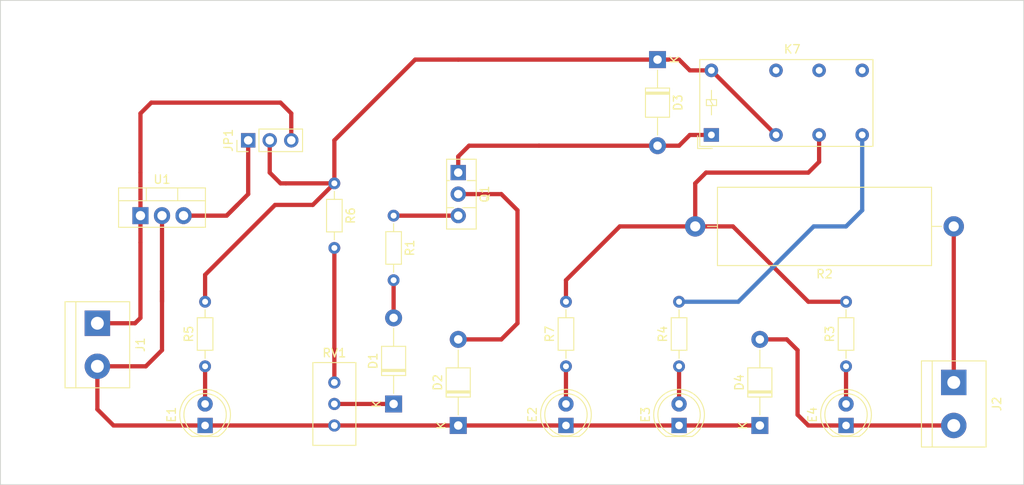
<source format=kicad_pcb>
(kicad_pcb (version 20171130) (host pcbnew "(5.1.9-0-10_14)")

  (general
    (thickness 1.6)
    (drawings 4)
    (tracks 86)
    (zones 0)
    (modules 22)
    (nets 19)
  )

  (page USLetter)
  (title_block
    (date 2023-01-14)
  )

  (layers
    (0 F.Cu signal)
    (31 B.Cu signal)
    (32 B.Adhes user)
    (33 F.Adhes user)
    (34 B.Paste user)
    (35 F.Paste user)
    (36 B.SilkS user)
    (37 F.SilkS user)
    (38 B.Mask user)
    (39 F.Mask user)
    (40 Dwgs.User user)
    (41 Cmts.User user)
    (42 Eco1.User user)
    (43 Eco2.User user)
    (44 Edge.Cuts user)
    (45 Margin user)
    (46 B.CrtYd user)
    (47 F.CrtYd user)
    (48 B.Fab user)
    (49 F.Fab user)
  )

  (setup
    (last_trace_width 0.5)
    (trace_clearance 0.2)
    (zone_clearance 0.508)
    (zone_45_only no)
    (trace_min 0.2)
    (via_size 0.8)
    (via_drill 0.4)
    (via_min_size 0.4)
    (via_min_drill 0.3)
    (uvia_size 0.3)
    (uvia_drill 0.1)
    (uvias_allowed no)
    (uvia_min_size 0.2)
    (uvia_min_drill 0.1)
    (edge_width 0.05)
    (segment_width 0.2)
    (pcb_text_width 0.3)
    (pcb_text_size 1.5 1.5)
    (mod_edge_width 0.12)
    (mod_text_size 1 1)
    (mod_text_width 0.15)
    (pad_size 1.524 1.524)
    (pad_drill 0.762)
    (pad_to_mask_clearance 0)
    (aux_axis_origin 0 0)
    (visible_elements FFFFFF7F)
    (pcbplotparams
      (layerselection 0x010fc_ffffffff)
      (usegerberextensions false)
      (usegerberattributes true)
      (usegerberadvancedattributes true)
      (creategerberjobfile true)
      (excludeedgelayer true)
      (linewidth 0.100000)
      (plotframeref false)
      (viasonmask false)
      (mode 1)
      (useauxorigin false)
      (hpglpennumber 1)
      (hpglpenspeed 20)
      (hpglpendiameter 15.000000)
      (psnegative false)
      (psa4output false)
      (plotreference true)
      (plotvalue true)
      (plotinvisibletext false)
      (padsonsilk false)
      (subtractmaskfromsilk false)
      (outputformat 1)
      (mirror false)
      (drillshape 1)
      (scaleselection 1)
      (outputdirectory ""))
  )

  (net 0 "")
  (net 1 "Net-(D3-Pad1)")
  (net 2 "Net-(D3-Pad2)")
  (net 3 "Net-(JP1-Pad1)")
  (net 4 "Net-(J1-Pad1)")
  (net 5 GND)
  (net 6 "Net-(D1-Pad2)")
  (net 7 "Net-(D1-Pad1)")
  (net 8 "Net-(D2-Pad2)")
  (net 9 "Net-(D4-Pad2)")
  (net 10 "Net-(E1-Pad2)")
  (net 11 "Net-(E2-Pad2)")
  (net 12 "Net-(E3-Pad2)")
  (net 13 "Net-(E4-Pad2)")
  (net 14 "Net-(J2-Pad1)")
  (net 15 "Net-(R6-Pad2)")
  (net 16 "Net-(K7-Pad3)")
  (net 17 "Net-(K7-Pad5)")
  (net 18 "Net-(Q1-Pad3)")

  (net_class Default "This is the default net class."
    (clearance 0.2)
    (trace_width 0.5)
    (via_dia 0.8)
    (via_drill 0.4)
    (uvia_dia 0.3)
    (uvia_drill 0.1)
    (add_net GND)
    (add_net "Net-(D1-Pad1)")
    (add_net "Net-(D1-Pad2)")
    (add_net "Net-(D2-Pad2)")
    (add_net "Net-(D3-Pad1)")
    (add_net "Net-(D3-Pad2)")
    (add_net "Net-(D4-Pad2)")
    (add_net "Net-(E1-Pad2)")
    (add_net "Net-(E2-Pad2)")
    (add_net "Net-(E3-Pad2)")
    (add_net "Net-(E4-Pad2)")
    (add_net "Net-(F1-Pad1)")
    (add_net "Net-(F2-Pad1)")
    (add_net "Net-(F2-Pad2)")
    (add_net "Net-(J1-Pad1)")
    (add_net "Net-(J15-Pad15)")
    (add_net "Net-(J15-Pad16)")
    (add_net "Net-(J15-Pad18)")
    (add_net "Net-(J2-Pad1)")
    (add_net "Net-(JP1-Pad1)")
    (add_net "Net-(K7-Pad10)")
    (add_net "Net-(K7-Pad3)")
    (add_net "Net-(K7-Pad5)")
    (add_net "Net-(K7-Pad8)")
    (add_net "Net-(K7-Pad9)")
    (add_net "Net-(Q1-Pad3)")
    (add_net "Net-(R11-Pad1)")
    (add_net "Net-(R12-Pad1)")
    (add_net "Net-(R13-Pad1)")
    (add_net "Net-(R6-Pad2)")
    (add_net "Net-(U2-Pad3)")
    (add_net "Net-(U2-Pad6)")
    (add_net "Net-(U3-Pad3)")
    (add_net "Net-(U3-Pad6)")
    (add_net "Net-(U4-Pad3)")
    (add_net "Net-(U4-Pad6)")
  )

  (module Package_TO_SOT_THT:TO-126-3_Vertical (layer F.Cu) (tedit 5AC8BA0D) (tstamp 63C46DD9)
    (at 155.575 102.87 270)
    (descr "TO-126-3, Vertical, RM 2.54mm, see https://www.diodes.com/assets/Package-Files/TO126.pdf")
    (tags "TO-126-3 Vertical RM 2.54mm")
    (path /6435D50B/6464360B)
    (fp_text reference Q1 (at 2.54 -3.12 90) (layer F.SilkS)
      (effects (font (size 1 1) (thickness 0.15)))
    )
    (fp_text value D882 (at 2.54 2.5 90) (layer F.Fab)
      (effects (font (size 1 1) (thickness 0.15)))
    )
    (fp_text user %R (at 2.54 -3.12 90) (layer F.Fab)
      (effects (font (size 1 1) (thickness 0.15)))
    )
    (fp_line (start -1.46 -2) (end -1.46 1.25) (layer F.Fab) (width 0.1))
    (fp_line (start -1.46 1.25) (end 6.54 1.25) (layer F.Fab) (width 0.1))
    (fp_line (start 6.54 1.25) (end 6.54 -2) (layer F.Fab) (width 0.1))
    (fp_line (start 6.54 -2) (end -1.46 -2) (layer F.Fab) (width 0.1))
    (fp_line (start 0.94 -2) (end 0.94 1.25) (layer F.Fab) (width 0.1))
    (fp_line (start 4.14 -2) (end 4.14 1.25) (layer F.Fab) (width 0.1))
    (fp_line (start -1.58 -2.12) (end 6.66 -2.12) (layer F.SilkS) (width 0.12))
    (fp_line (start -1.58 1.37) (end 6.66 1.37) (layer F.SilkS) (width 0.12))
    (fp_line (start -1.58 -2.12) (end -1.58 1.37) (layer F.SilkS) (width 0.12))
    (fp_line (start 6.66 -2.12) (end 6.66 1.37) (layer F.SilkS) (width 0.12))
    (fp_line (start 0.94 -2.12) (end 0.94 -1.05) (layer F.SilkS) (width 0.12))
    (fp_line (start 0.94 1.05) (end 0.94 1.37) (layer F.SilkS) (width 0.12))
    (fp_line (start 4.141 -2.12) (end 4.141 -0.54) (layer F.SilkS) (width 0.12))
    (fp_line (start 4.141 0.54) (end 4.141 1.37) (layer F.SilkS) (width 0.12))
    (fp_line (start -1.71 -2.25) (end -1.71 1.5) (layer F.CrtYd) (width 0.05))
    (fp_line (start -1.71 1.5) (end 6.79 1.5) (layer F.CrtYd) (width 0.05))
    (fp_line (start 6.79 1.5) (end 6.79 -2.25) (layer F.CrtYd) (width 0.05))
    (fp_line (start 6.79 -2.25) (end -1.71 -2.25) (layer F.CrtYd) (width 0.05))
    (pad 3 thru_hole oval (at 5.08 0 270) (size 1.8 1.8) (drill 1) (layers *.Cu *.Mask)
      (net 18 "Net-(Q1-Pad3)"))
    (pad 2 thru_hole oval (at 2.54 0 270) (size 1.8 1.8) (drill 1) (layers *.Cu *.Mask)
      (net 8 "Net-(D2-Pad2)"))
    (pad 1 thru_hole rect (at 0 0 270) (size 1.8 1.8) (drill 1) (layers *.Cu *.Mask)
      (net 2 "Net-(D3-Pad2)"))
    (model ${KISYS3DMOD}/Package_TO_SOT_THT.3dshapes/TO-126-3_Vertical.wrl
      (at (xyz 0 0 0))
      (scale (xyz 1 1 1))
      (rotate (xyz 0 0 0))
    )
  )

  (module Resistor_THT:R_Axial_DIN0204_L3.6mm_D1.6mm_P7.62mm_Horizontal (layer F.Cu) (tedit 5AE5139B) (tstamp 63C2F5B5)
    (at 201.295 125.73 90)
    (descr "Resistor, Axial_DIN0204 series, Axial, Horizontal, pin pitch=7.62mm, 0.167W, length*diameter=3.6*1.6mm^2, http://cdn-reichelt.de/documents/datenblatt/B400/1_4W%23YAG.pdf")
    (tags "Resistor Axial_DIN0204 series Axial Horizontal pin pitch 7.62mm 0.167W length 3.6mm diameter 1.6mm")
    (path /6435D50B/64365794)
    (fp_text reference R3 (at 3.81 -1.92 90) (layer F.SilkS)
      (effects (font (size 1 1) (thickness 0.15)))
    )
    (fp_text value 1000 (at 3.81 1.92 90) (layer F.Fab)
      (effects (font (size 1 1) (thickness 0.15)))
    )
    (fp_text user %R (at 3.81 0 90) (layer F.Fab)
      (effects (font (size 0.72 0.72) (thickness 0.108)))
    )
    (fp_line (start 2.01 -0.8) (end 2.01 0.8) (layer F.Fab) (width 0.1))
    (fp_line (start 2.01 0.8) (end 5.61 0.8) (layer F.Fab) (width 0.1))
    (fp_line (start 5.61 0.8) (end 5.61 -0.8) (layer F.Fab) (width 0.1))
    (fp_line (start 5.61 -0.8) (end 2.01 -0.8) (layer F.Fab) (width 0.1))
    (fp_line (start 0 0) (end 2.01 0) (layer F.Fab) (width 0.1))
    (fp_line (start 7.62 0) (end 5.61 0) (layer F.Fab) (width 0.1))
    (fp_line (start 1.89 -0.92) (end 1.89 0.92) (layer F.SilkS) (width 0.12))
    (fp_line (start 1.89 0.92) (end 5.73 0.92) (layer F.SilkS) (width 0.12))
    (fp_line (start 5.73 0.92) (end 5.73 -0.92) (layer F.SilkS) (width 0.12))
    (fp_line (start 5.73 -0.92) (end 1.89 -0.92) (layer F.SilkS) (width 0.12))
    (fp_line (start 0.94 0) (end 1.89 0) (layer F.SilkS) (width 0.12))
    (fp_line (start 6.68 0) (end 5.73 0) (layer F.SilkS) (width 0.12))
    (fp_line (start -0.95 -1.05) (end -0.95 1.05) (layer F.CrtYd) (width 0.05))
    (fp_line (start -0.95 1.05) (end 8.57 1.05) (layer F.CrtYd) (width 0.05))
    (fp_line (start 8.57 1.05) (end 8.57 -1.05) (layer F.CrtYd) (width 0.05))
    (fp_line (start 8.57 -1.05) (end -0.95 -1.05) (layer F.CrtYd) (width 0.05))
    (pad 2 thru_hole oval (at 7.62 0 90) (size 1.4 1.4) (drill 0.7) (layers *.Cu *.Mask)
      (net 16 "Net-(K7-Pad3)"))
    (pad 1 thru_hole circle (at 0 0 90) (size 1.4 1.4) (drill 0.7) (layers *.Cu *.Mask)
      (net 13 "Net-(E4-Pad2)"))
    (model ${KISYS3DMOD}/Resistor_THT.3dshapes/R_Axial_DIN0204_L3.6mm_D1.6mm_P7.62mm_Horizontal.wrl
      (at (xyz 0 0 0))
      (scale (xyz 1 1 1))
      (rotate (xyz 0 0 0))
    )
  )

  (module Resistor_THT:R_Axial_DIN0204_L3.6mm_D1.6mm_P7.62mm_Horizontal (layer F.Cu) (tedit 5AE5139B) (tstamp 63C2FF29)
    (at 147.955 107.95 270)
    (descr "Resistor, Axial_DIN0204 series, Axial, Horizontal, pin pitch=7.62mm, 0.167W, length*diameter=3.6*1.6mm^2, http://cdn-reichelt.de/documents/datenblatt/B400/1_4W%23YAG.pdf")
    (tags "Resistor Axial_DIN0204 series Axial Horizontal pin pitch 7.62mm 0.167W length 3.6mm diameter 1.6mm")
    (path /6435D50B/643619EF)
    (fp_text reference R1 (at 3.81 -1.92 90) (layer F.SilkS)
      (effects (font (size 1 1) (thickness 0.15)))
    )
    (fp_text value 1000 (at 3.81 1.92 90) (layer F.Fab)
      (effects (font (size 1 1) (thickness 0.15)))
    )
    (fp_text user %R (at 3.81 0 90) (layer F.Fab)
      (effects (font (size 0.72 0.72) (thickness 0.108)))
    )
    (fp_line (start 2.01 -0.8) (end 2.01 0.8) (layer F.Fab) (width 0.1))
    (fp_line (start 2.01 0.8) (end 5.61 0.8) (layer F.Fab) (width 0.1))
    (fp_line (start 5.61 0.8) (end 5.61 -0.8) (layer F.Fab) (width 0.1))
    (fp_line (start 5.61 -0.8) (end 2.01 -0.8) (layer F.Fab) (width 0.1))
    (fp_line (start 0 0) (end 2.01 0) (layer F.Fab) (width 0.1))
    (fp_line (start 7.62 0) (end 5.61 0) (layer F.Fab) (width 0.1))
    (fp_line (start 1.89 -0.92) (end 1.89 0.92) (layer F.SilkS) (width 0.12))
    (fp_line (start 1.89 0.92) (end 5.73 0.92) (layer F.SilkS) (width 0.12))
    (fp_line (start 5.73 0.92) (end 5.73 -0.92) (layer F.SilkS) (width 0.12))
    (fp_line (start 5.73 -0.92) (end 1.89 -0.92) (layer F.SilkS) (width 0.12))
    (fp_line (start 0.94 0) (end 1.89 0) (layer F.SilkS) (width 0.12))
    (fp_line (start 6.68 0) (end 5.73 0) (layer F.SilkS) (width 0.12))
    (fp_line (start -0.95 -1.05) (end -0.95 1.05) (layer F.CrtYd) (width 0.05))
    (fp_line (start -0.95 1.05) (end 8.57 1.05) (layer F.CrtYd) (width 0.05))
    (fp_line (start 8.57 1.05) (end 8.57 -1.05) (layer F.CrtYd) (width 0.05))
    (fp_line (start 8.57 -1.05) (end -0.95 -1.05) (layer F.CrtYd) (width 0.05))
    (pad 2 thru_hole oval (at 7.62 0 270) (size 1.4 1.4) (drill 0.7) (layers *.Cu *.Mask)
      (net 6 "Net-(D1-Pad2)"))
    (pad 1 thru_hole circle (at 0 0 270) (size 1.4 1.4) (drill 0.7) (layers *.Cu *.Mask)
      (net 18 "Net-(Q1-Pad3)"))
    (model ${KISYS3DMOD}/Resistor_THT.3dshapes/R_Axial_DIN0204_L3.6mm_D1.6mm_P7.62mm_Horizontal.wrl
      (at (xyz 0 0 0))
      (scale (xyz 1 1 1))
      (rotate (xyz 0 0 0))
    )
  )

  (module Connector_PinHeader_2.54mm:PinHeader_1x03_P2.54mm_Vertical (layer F.Cu) (tedit 59FED5CC) (tstamp 63C2DA2D)
    (at 130.81 99.06 90)
    (descr "Through hole straight pin header, 1x03, 2.54mm pitch, single row")
    (tags "Through hole pin header THT 1x03 2.54mm single row")
    (path /6435D50B/6435F6AA)
    (fp_text reference JP1 (at 0 -2.33 90) (layer F.SilkS)
      (effects (font (size 1 1) (thickness 0.15)))
    )
    (fp_text value Run/Cal (at 0 7.41 90) (layer F.Fab)
      (effects (font (size 1 1) (thickness 0.15)))
    )
    (fp_text user %R (at 0 2.54) (layer F.Fab)
      (effects (font (size 1 1) (thickness 0.15)))
    )
    (fp_line (start -0.635 -1.27) (end 1.27 -1.27) (layer F.Fab) (width 0.1))
    (fp_line (start 1.27 -1.27) (end 1.27 6.35) (layer F.Fab) (width 0.1))
    (fp_line (start 1.27 6.35) (end -1.27 6.35) (layer F.Fab) (width 0.1))
    (fp_line (start -1.27 6.35) (end -1.27 -0.635) (layer F.Fab) (width 0.1))
    (fp_line (start -1.27 -0.635) (end -0.635 -1.27) (layer F.Fab) (width 0.1))
    (fp_line (start -1.33 6.41) (end 1.33 6.41) (layer F.SilkS) (width 0.12))
    (fp_line (start -1.33 1.27) (end -1.33 6.41) (layer F.SilkS) (width 0.12))
    (fp_line (start 1.33 1.27) (end 1.33 6.41) (layer F.SilkS) (width 0.12))
    (fp_line (start -1.33 1.27) (end 1.33 1.27) (layer F.SilkS) (width 0.12))
    (fp_line (start -1.33 0) (end -1.33 -1.33) (layer F.SilkS) (width 0.12))
    (fp_line (start -1.33 -1.33) (end 0 -1.33) (layer F.SilkS) (width 0.12))
    (fp_line (start -1.8 -1.8) (end -1.8 6.85) (layer F.CrtYd) (width 0.05))
    (fp_line (start -1.8 6.85) (end 1.8 6.85) (layer F.CrtYd) (width 0.05))
    (fp_line (start 1.8 6.85) (end 1.8 -1.8) (layer F.CrtYd) (width 0.05))
    (fp_line (start 1.8 -1.8) (end -1.8 -1.8) (layer F.CrtYd) (width 0.05))
    (pad 3 thru_hole oval (at 0 5.08 90) (size 1.7 1.7) (drill 1) (layers *.Cu *.Mask)
      (net 4 "Net-(J1-Pad1)"))
    (pad 2 thru_hole oval (at 0 2.54 90) (size 1.7 1.7) (drill 1) (layers *.Cu *.Mask)
      (net 1 "Net-(D3-Pad1)"))
    (pad 1 thru_hole rect (at 0 0 90) (size 1.7 1.7) (drill 1) (layers *.Cu *.Mask)
      (net 3 "Net-(JP1-Pad1)"))
    (model ${KISYS3DMOD}/Connector_PinHeader_2.54mm.3dshapes/PinHeader_1x03_P2.54mm_Vertical.wrl
      (at (xyz 0 0 0))
      (scale (xyz 1 1 1))
      (rotate (xyz 0 0 0))
    )
  )

  (module Relay_THT:Relay_DPDT_Finder_30.22 (layer F.Cu) (tedit 63C1DEC5) (tstamp 63C2C7C2)
    (at 185.42 98.425)
    (descr "Finder 32.21-x000 Relay, DPDT, https://gfinder.findernet.com/public/attachments/30/EN/S30EN.pdf")
    (tags "AXICOM IM-Series Relay SPDT")
    (path /6435D50B/643672EA)
    (fp_text reference K7 (at 9.53008 -10.11428) (layer F.SilkS)
      (effects (font (size 1 1) (thickness 0.15)))
    )
    (fp_text value "SPDT Relay" (at 8.6106 2.7432) (layer F.Fab)
      (effects (font (size 1 1) (thickness 0.15)))
    )
    (fp_text user %R (at 9.24306 -3.9751 180) (layer F.Fab)
      (effects (font (size 1 1) (thickness 0.15)))
    )
    (fp_line (start 0.26 1.24) (end -1.26 -0.24) (layer F.Fab) (width 0.1))
    (fp_line (start 0.1 1.6) (end -1.62 1.6) (layer F.SilkS) (width 0.12))
    (fp_line (start -1.62 1.6) (end -1.62 0.1) (layer F.SilkS) (width 0.12))
    (fp_line (start 19.05 1.35) (end -1.37 1.35) (layer F.SilkS) (width 0.12))
    (fp_line (start -1.37 1.35) (end -1.37 -8.89) (layer F.SilkS) (width 0.12))
    (fp_line (start -1.37 -8.89) (end 19.05 -8.89) (layer F.SilkS) (width 0.12))
    (fp_line (start 19.05 -8.89) (end 19.05 1.35) (layer F.SilkS) (width 0.12))
    (fp_line (start -1.26 -0.24) (end -1.2573 -8.7757) (layer F.Fab) (width 0.1))
    (fp_line (start -1.2573 -8.7757) (end 18.9357 -8.7757) (layer F.Fab) (width 0.1))
    (fp_line (start 18.9357 -8.7757) (end 18.9357 1.2319) (layer F.Fab) (width 0.1))
    (fp_line (start 18.9357 1.2319) (end 0.26 1.24) (layer F.Fab) (width 0.1))
    (fp_line (start 0.009664 -3.466615) (end 0.009664 -2.366615) (layer F.SilkS) (width 0.12))
    (fp_line (start 0.009664 -4.166615) (end 0.009664 -5.266615) (layer F.SilkS) (width 0.12))
    (fp_line (start 0.209664 -3.466615) (end -0.190336 -4.166615) (layer F.SilkS) (width 0.12))
    (fp_line (start -0.590336 -3.466615) (end 0.609664 -3.466615) (layer F.SilkS) (width 0.12))
    (fp_line (start 0.609664 -3.466615) (end 0.609664 -4.166615) (layer F.SilkS) (width 0.12))
    (fp_line (start 0.609664 -4.166615) (end -0.590336 -4.166615) (layer F.SilkS) (width 0.12))
    (fp_line (start -0.590336 -4.166615) (end -0.590336 -3.466615) (layer F.SilkS) (width 0.12))
    (fp_line (start 0.009664 -2.366615) (end 0.009664 -5.266615) (layer F.Fab) (width 0.1))
    (fp_line (start -1.5113 -9.017) (end 19.177 -9.017) (layer F.CrtYd) (width 0.05))
    (fp_line (start -1.5113 -9.017) (end -1.51 1.49) (layer F.CrtYd) (width 0.05))
    (fp_line (start 19.177 1.4732) (end 19.177 -9.017) (layer F.CrtYd) (width 0.05))
    (fp_line (start 19.177 1.4732) (end -1.51 1.49) (layer F.CrtYd) (width 0.05))
    (pad 3 thru_hole circle (at 12.7 0 90) (size 1.6 1.6) (drill 0.8) (layers *.Cu *.Mask)
      (net 16 "Net-(K7-Pad3)"))
    (pad 5 thru_hole circle (at 17.78 0 90) (size 1.6 1.6) (drill 0.8) (layers *.Cu *.Mask)
      (net 17 "Net-(K7-Pad5)"))
    (pad 4 thru_hole circle (at 7.62 0 90) (size 1.6 1.6) (drill 0.8) (layers *.Cu *.Mask)
      (net 1 "Net-(D3-Pad1)"))
    (pad 12 thru_hole circle (at 0 -7.62 90) (size 1.6 1.6) (drill 0.8) (layers *.Cu *.Mask)
      (net 1 "Net-(D3-Pad1)"))
    (pad 1 thru_hole rect (at 0 0 90) (size 1.6 1.8) (drill 0.8) (layers *.Cu *.Mask)
      (net 2 "Net-(D3-Pad2)"))
    (pad 8 thru_hole circle (at 17.78 -7.62 180) (size 1.6 1.6) (drill 0.8) (layers *.Cu *.Mask))
    (pad 10 thru_hole circle (at 12.7 -7.62 90) (size 1.6 1.6) (drill 0.8) (layers *.Cu *.Mask))
    (pad 9 thru_hole circle (at 7.62 -7.62 90) (size 1.6 1.6) (drill 0.8) (layers *.Cu *.Mask))
    (model ${KISYS3DMOD}/Relay_THT.3dshapes/Relay_DPDT_Finder_30.22.wrl
      (at (xyz 0 0 0))
      (scale (xyz 1 1 1))
      (rotate (xyz 0 0 0))
    )
  )

  (module Potentiometer_THT:Potentiometer_Bourns_3386C_Horizontal (layer F.Cu) (tedit 5AA07388) (tstamp 63C20638)
    (at 140.97 127.635)
    (descr "Potentiometer, horizontal, Bourns 3386C, https://www.bourns.com/pdfs/3386.pdf")
    (tags "Potentiometer horizontal Bourns 3386C")
    (path /6435D50B/64360B8E)
    (fp_text reference RV1 (at 0 -3.475) (layer F.SilkS)
      (effects (font (size 1 1) (thickness 0.15)))
    )
    (fp_text value 50K (at 0 8.555) (layer F.Fab)
      (effects (font (size 1 1) (thickness 0.15)))
    )
    (fp_text user %R (at 0 2.54) (layer F.Fab)
      (effects (font (size 1 1) (thickness 0.15)))
    )
    (fp_line (start 2.415 -2.225) (end 2.415 7.305) (layer F.Fab) (width 0.1))
    (fp_line (start 2.415 7.305) (end -2.415 7.305) (layer F.Fab) (width 0.1))
    (fp_line (start -2.415 7.305) (end -2.415 -2.225) (layer F.Fab) (width 0.1))
    (fp_line (start -2.415 -2.225) (end 2.415 -2.225) (layer F.Fab) (width 0.1))
    (fp_line (start -2.535 -2.345) (end 2.535 -2.345) (layer F.SilkS) (width 0.12))
    (fp_line (start -2.535 7.425) (end 2.535 7.425) (layer F.SilkS) (width 0.12))
    (fp_line (start 2.535 -2.345) (end 2.535 7.425) (layer F.SilkS) (width 0.12))
    (fp_line (start -2.535 -2.345) (end -2.535 7.425) (layer F.SilkS) (width 0.12))
    (fp_line (start -2.67 -2.48) (end -2.67 7.56) (layer F.CrtYd) (width 0.05))
    (fp_line (start -2.67 7.56) (end 2.67 7.56) (layer F.CrtYd) (width 0.05))
    (fp_line (start 2.67 7.56) (end 2.67 -2.48) (layer F.CrtYd) (width 0.05))
    (fp_line (start 2.67 -2.48) (end -2.67 -2.48) (layer F.CrtYd) (width 0.05))
    (pad 1 thru_hole circle (at 0 0) (size 1.44 1.44) (drill 0.8) (layers *.Cu *.Mask)
      (net 15 "Net-(R6-Pad2)"))
    (pad 2 thru_hole circle (at 0 2.54) (size 1.44 1.44) (drill 0.8) (layers *.Cu *.Mask)
      (net 7 "Net-(D1-Pad1)"))
    (pad 3 thru_hole circle (at 0 5.08) (size 1.44 1.44) (drill 0.8) (layers *.Cu *.Mask)
      (net 5 GND))
    (model ${KISYS3DMOD}/Potentiometer_THT.3dshapes/Potentiometer_Bourns_3386C_Horizontal.wrl
      (at (xyz 0 0 0))
      (scale (xyz 1 1 1))
      (rotate (xyz 0 0 0))
    )
  )

  (module Resistor_THT:R_Axial_DIN0204_L3.6mm_D1.6mm_P7.62mm_Horizontal (layer F.Cu) (tedit 5AE5139B) (tstamp 63C31A7D)
    (at 168.275 125.73 90)
    (descr "Resistor, Axial_DIN0204 series, Axial, Horizontal, pin pitch=7.62mm, 0.167W, length*diameter=3.6*1.6mm^2, http://cdn-reichelt.de/documents/datenblatt/B400/1_4W%23YAG.pdf")
    (tags "Resistor Axial_DIN0204 series Axial Horizontal pin pitch 7.62mm 0.167W length 3.6mm diameter 1.6mm")
    (path /6435D50B/6436481D)
    (fp_text reference R7 (at 3.81 -1.92 90) (layer F.SilkS)
      (effects (font (size 1 1) (thickness 0.15)))
    )
    (fp_text value 1200 (at 3.81 1.92 90) (layer F.Fab)
      (effects (font (size 1 1) (thickness 0.15)))
    )
    (fp_text user %R (at 3.81 0 90) (layer F.Fab)
      (effects (font (size 0.72 0.72) (thickness 0.108)))
    )
    (fp_line (start 2.01 -0.8) (end 2.01 0.8) (layer F.Fab) (width 0.1))
    (fp_line (start 2.01 0.8) (end 5.61 0.8) (layer F.Fab) (width 0.1))
    (fp_line (start 5.61 0.8) (end 5.61 -0.8) (layer F.Fab) (width 0.1))
    (fp_line (start 5.61 -0.8) (end 2.01 -0.8) (layer F.Fab) (width 0.1))
    (fp_line (start 0 0) (end 2.01 0) (layer F.Fab) (width 0.1))
    (fp_line (start 7.62 0) (end 5.61 0) (layer F.Fab) (width 0.1))
    (fp_line (start 1.89 -0.92) (end 1.89 0.92) (layer F.SilkS) (width 0.12))
    (fp_line (start 1.89 0.92) (end 5.73 0.92) (layer F.SilkS) (width 0.12))
    (fp_line (start 5.73 0.92) (end 5.73 -0.92) (layer F.SilkS) (width 0.12))
    (fp_line (start 5.73 -0.92) (end 1.89 -0.92) (layer F.SilkS) (width 0.12))
    (fp_line (start 0.94 0) (end 1.89 0) (layer F.SilkS) (width 0.12))
    (fp_line (start 6.68 0) (end 5.73 0) (layer F.SilkS) (width 0.12))
    (fp_line (start -0.95 -1.05) (end -0.95 1.05) (layer F.CrtYd) (width 0.05))
    (fp_line (start -0.95 1.05) (end 8.57 1.05) (layer F.CrtYd) (width 0.05))
    (fp_line (start 8.57 1.05) (end 8.57 -1.05) (layer F.CrtYd) (width 0.05))
    (fp_line (start 8.57 -1.05) (end -0.95 -1.05) (layer F.CrtYd) (width 0.05))
    (pad 2 thru_hole oval (at 7.62 0 90) (size 1.4 1.4) (drill 0.7) (layers *.Cu *.Mask)
      (net 16 "Net-(K7-Pad3)"))
    (pad 1 thru_hole circle (at 0 0 90) (size 1.4 1.4) (drill 0.7) (layers *.Cu *.Mask)
      (net 11 "Net-(E2-Pad2)"))
    (model ${KISYS3DMOD}/Resistor_THT.3dshapes/R_Axial_DIN0204_L3.6mm_D1.6mm_P7.62mm_Horizontal.wrl
      (at (xyz 0 0 0))
      (scale (xyz 1 1 1))
      (rotate (xyz 0 0 0))
    )
  )

  (module Resistor_THT:R_Axial_DIN0204_L3.6mm_D1.6mm_P7.62mm_Horizontal (layer F.Cu) (tedit 5AE5139B) (tstamp 63C200B7)
    (at 140.97 104.14 270)
    (descr "Resistor, Axial_DIN0204 series, Axial, Horizontal, pin pitch=7.62mm, 0.167W, length*diameter=3.6*1.6mm^2, http://cdn-reichelt.de/documents/datenblatt/B400/1_4W%23YAG.pdf")
    (tags "Resistor Axial_DIN0204 series Axial Horizontal pin pitch 7.62mm 0.167W length 3.6mm diameter 1.6mm")
    (path /6435D50B/6435F911)
    (fp_text reference R6 (at 3.81 -1.92 90) (layer F.SilkS)
      (effects (font (size 1 1) (thickness 0.15)))
    )
    (fp_text value 10K (at 3.81 1.92 90) (layer F.Fab)
      (effects (font (size 1 1) (thickness 0.15)))
    )
    (fp_text user %R (at 3.81 0 90) (layer F.Fab)
      (effects (font (size 0.72 0.72) (thickness 0.108)))
    )
    (fp_line (start 2.01 -0.8) (end 2.01 0.8) (layer F.Fab) (width 0.1))
    (fp_line (start 2.01 0.8) (end 5.61 0.8) (layer F.Fab) (width 0.1))
    (fp_line (start 5.61 0.8) (end 5.61 -0.8) (layer F.Fab) (width 0.1))
    (fp_line (start 5.61 -0.8) (end 2.01 -0.8) (layer F.Fab) (width 0.1))
    (fp_line (start 0 0) (end 2.01 0) (layer F.Fab) (width 0.1))
    (fp_line (start 7.62 0) (end 5.61 0) (layer F.Fab) (width 0.1))
    (fp_line (start 1.89 -0.92) (end 1.89 0.92) (layer F.SilkS) (width 0.12))
    (fp_line (start 1.89 0.92) (end 5.73 0.92) (layer F.SilkS) (width 0.12))
    (fp_line (start 5.73 0.92) (end 5.73 -0.92) (layer F.SilkS) (width 0.12))
    (fp_line (start 5.73 -0.92) (end 1.89 -0.92) (layer F.SilkS) (width 0.12))
    (fp_line (start 0.94 0) (end 1.89 0) (layer F.SilkS) (width 0.12))
    (fp_line (start 6.68 0) (end 5.73 0) (layer F.SilkS) (width 0.12))
    (fp_line (start -0.95 -1.05) (end -0.95 1.05) (layer F.CrtYd) (width 0.05))
    (fp_line (start -0.95 1.05) (end 8.57 1.05) (layer F.CrtYd) (width 0.05))
    (fp_line (start 8.57 1.05) (end 8.57 -1.05) (layer F.CrtYd) (width 0.05))
    (fp_line (start 8.57 -1.05) (end -0.95 -1.05) (layer F.CrtYd) (width 0.05))
    (pad 2 thru_hole oval (at 7.62 0 270) (size 1.4 1.4) (drill 0.7) (layers *.Cu *.Mask)
      (net 15 "Net-(R6-Pad2)"))
    (pad 1 thru_hole circle (at 0 0 270) (size 1.4 1.4) (drill 0.7) (layers *.Cu *.Mask)
      (net 1 "Net-(D3-Pad1)"))
    (model ${KISYS3DMOD}/Resistor_THT.3dshapes/R_Axial_DIN0204_L3.6mm_D1.6mm_P7.62mm_Horizontal.wrl
      (at (xyz 0 0 0))
      (scale (xyz 1 1 1))
      (rotate (xyz 0 0 0))
    )
  )

  (module Resistor_THT:R_Axial_DIN0204_L3.6mm_D1.6mm_P7.62mm_Horizontal (layer F.Cu) (tedit 5AE5139B) (tstamp 63C2FAF5)
    (at 125.73 125.73 90)
    (descr "Resistor, Axial_DIN0204 series, Axial, Horizontal, pin pitch=7.62mm, 0.167W, length*diameter=3.6*1.6mm^2, http://cdn-reichelt.de/documents/datenblatt/B400/1_4W%23YAG.pdf")
    (tags "Resistor Axial_DIN0204 series Axial Horizontal pin pitch 7.62mm 0.167W length 3.6mm diameter 1.6mm")
    (path /6435D50B/6435FAFD)
    (fp_text reference R5 (at 3.81 -1.92 90) (layer F.SilkS)
      (effects (font (size 1 1) (thickness 0.15)))
    )
    (fp_text value 1500 (at 3.81 1.92 90) (layer F.Fab)
      (effects (font (size 1 1) (thickness 0.15)))
    )
    (fp_text user %R (at 3.81 0 270) (layer F.Fab)
      (effects (font (size 0.72 0.72) (thickness 0.108)))
    )
    (fp_line (start 2.01 -0.8) (end 2.01 0.8) (layer F.Fab) (width 0.1))
    (fp_line (start 2.01 0.8) (end 5.61 0.8) (layer F.Fab) (width 0.1))
    (fp_line (start 5.61 0.8) (end 5.61 -0.8) (layer F.Fab) (width 0.1))
    (fp_line (start 5.61 -0.8) (end 2.01 -0.8) (layer F.Fab) (width 0.1))
    (fp_line (start 0 0) (end 2.01 0) (layer F.Fab) (width 0.1))
    (fp_line (start 7.62 0) (end 5.61 0) (layer F.Fab) (width 0.1))
    (fp_line (start 1.89 -0.92) (end 1.89 0.92) (layer F.SilkS) (width 0.12))
    (fp_line (start 1.89 0.92) (end 5.73 0.92) (layer F.SilkS) (width 0.12))
    (fp_line (start 5.73 0.92) (end 5.73 -0.92) (layer F.SilkS) (width 0.12))
    (fp_line (start 5.73 -0.92) (end 1.89 -0.92) (layer F.SilkS) (width 0.12))
    (fp_line (start 0.94 0) (end 1.89 0) (layer F.SilkS) (width 0.12))
    (fp_line (start 6.68 0) (end 5.73 0) (layer F.SilkS) (width 0.12))
    (fp_line (start -0.95 -1.05) (end -0.95 1.05) (layer F.CrtYd) (width 0.05))
    (fp_line (start -0.95 1.05) (end 8.57 1.05) (layer F.CrtYd) (width 0.05))
    (fp_line (start 8.57 1.05) (end 8.57 -1.05) (layer F.CrtYd) (width 0.05))
    (fp_line (start 8.57 -1.05) (end -0.95 -1.05) (layer F.CrtYd) (width 0.05))
    (pad 2 thru_hole oval (at 7.62 0 90) (size 1.4 1.4) (drill 0.7) (layers *.Cu *.Mask)
      (net 1 "Net-(D3-Pad1)"))
    (pad 1 thru_hole circle (at 0 0 90) (size 1.4 1.4) (drill 0.7) (layers *.Cu *.Mask)
      (net 10 "Net-(E1-Pad2)"))
    (model ${KISYS3DMOD}/Resistor_THT.3dshapes/R_Axial_DIN0204_L3.6mm_D1.6mm_P7.62mm_Horizontal.wrl
      (at (xyz 0 0 0))
      (scale (xyz 1 1 1))
      (rotate (xyz 0 0 0))
    )
  )

  (module Resistor_THT:R_Axial_DIN0204_L3.6mm_D1.6mm_P7.62mm_Horizontal (layer F.Cu) (tedit 5AE5139B) (tstamp 63C20089)
    (at 181.61 125.73 90)
    (descr "Resistor, Axial_DIN0204 series, Axial, Horizontal, pin pitch=7.62mm, 0.167W, length*diameter=3.6*1.6mm^2, http://cdn-reichelt.de/documents/datenblatt/B400/1_4W%23YAG.pdf")
    (tags "Resistor Axial_DIN0204 series Axial Horizontal pin pitch 7.62mm 0.167W length 3.6mm diameter 1.6mm")
    (path /6435D50B/64369F49)
    (fp_text reference R4 (at 3.81 -1.92 90) (layer F.SilkS)
      (effects (font (size 1 1) (thickness 0.15)))
    )
    (fp_text value 1500 (at 3.81 1.92 90) (layer F.Fab)
      (effects (font (size 1 1) (thickness 0.15)))
    )
    (fp_text user %R (at 3.81 0 90) (layer F.Fab)
      (effects (font (size 0.72 0.72) (thickness 0.108)))
    )
    (fp_line (start 2.01 -0.8) (end 2.01 0.8) (layer F.Fab) (width 0.1))
    (fp_line (start 2.01 0.8) (end 5.61 0.8) (layer F.Fab) (width 0.1))
    (fp_line (start 5.61 0.8) (end 5.61 -0.8) (layer F.Fab) (width 0.1))
    (fp_line (start 5.61 -0.8) (end 2.01 -0.8) (layer F.Fab) (width 0.1))
    (fp_line (start 0 0) (end 2.01 0) (layer F.Fab) (width 0.1))
    (fp_line (start 7.62 0) (end 5.61 0) (layer F.Fab) (width 0.1))
    (fp_line (start 1.89 -0.92) (end 1.89 0.92) (layer F.SilkS) (width 0.12))
    (fp_line (start 1.89 0.92) (end 5.73 0.92) (layer F.SilkS) (width 0.12))
    (fp_line (start 5.73 0.92) (end 5.73 -0.92) (layer F.SilkS) (width 0.12))
    (fp_line (start 5.73 -0.92) (end 1.89 -0.92) (layer F.SilkS) (width 0.12))
    (fp_line (start 0.94 0) (end 1.89 0) (layer F.SilkS) (width 0.12))
    (fp_line (start 6.68 0) (end 5.73 0) (layer F.SilkS) (width 0.12))
    (fp_line (start -0.95 -1.05) (end -0.95 1.05) (layer F.CrtYd) (width 0.05))
    (fp_line (start -0.95 1.05) (end 8.57 1.05) (layer F.CrtYd) (width 0.05))
    (fp_line (start 8.57 1.05) (end 8.57 -1.05) (layer F.CrtYd) (width 0.05))
    (fp_line (start 8.57 -1.05) (end -0.95 -1.05) (layer F.CrtYd) (width 0.05))
    (pad 2 thru_hole oval (at 7.62 0 90) (size 1.4 1.4) (drill 0.7) (layers *.Cu *.Mask)
      (net 17 "Net-(K7-Pad5)"))
    (pad 1 thru_hole circle (at 0 0 90) (size 1.4 1.4) (drill 0.7) (layers *.Cu *.Mask)
      (net 12 "Net-(E3-Pad2)"))
    (model ${KISYS3DMOD}/Resistor_THT.3dshapes/R_Axial_DIN0204_L3.6mm_D1.6mm_P7.62mm_Horizontal.wrl
      (at (xyz 0 0 0))
      (scale (xyz 1 1 1))
      (rotate (xyz 0 0 0))
    )
  )

  (module Resistor_THT:R_Axial_Power_L25.0mm_W9.0mm_P30.48mm (layer F.Cu) (tedit 5AE5139B) (tstamp 63C20072)
    (at 213.995 109.22 180)
    (descr "Resistor, Axial_Power series, Box, pin pitch=30.48mm, 7W, length*width*height=25*9*9mm^3, http://cdn-reichelt.de/documents/datenblatt/B400/5WAXIAL_9WAXIAL_11WAXIAL_17WAXIAL%23YAG.pdf")
    (tags "Resistor Axial_Power series Box pin pitch 30.48mm 7W length 25mm width 9mm height 9mm")
    (path /6435D50B/64365ABC)
    (fp_text reference R2 (at 15.24 -5.62) (layer F.SilkS)
      (effects (font (size 1 1) (thickness 0.15)))
    )
    (fp_text value 1Ω/5W (at 15.24 5.62) (layer F.Fab)
      (effects (font (size 1 1) (thickness 0.15)))
    )
    (fp_text user %R (at 15.24 0) (layer F.Fab)
      (effects (font (size 1 1) (thickness 0.15)))
    )
    (fp_line (start 2.74 -4.5) (end 2.74 4.5) (layer F.Fab) (width 0.1))
    (fp_line (start 2.74 4.5) (end 27.74 4.5) (layer F.Fab) (width 0.1))
    (fp_line (start 27.74 4.5) (end 27.74 -4.5) (layer F.Fab) (width 0.1))
    (fp_line (start 27.74 -4.5) (end 2.74 -4.5) (layer F.Fab) (width 0.1))
    (fp_line (start 0 0) (end 2.74 0) (layer F.Fab) (width 0.1))
    (fp_line (start 30.48 0) (end 27.74 0) (layer F.Fab) (width 0.1))
    (fp_line (start 2.62 -4.62) (end 2.62 4.62) (layer F.SilkS) (width 0.12))
    (fp_line (start 2.62 4.62) (end 27.86 4.62) (layer F.SilkS) (width 0.12))
    (fp_line (start 27.86 4.62) (end 27.86 -4.62) (layer F.SilkS) (width 0.12))
    (fp_line (start 27.86 -4.62) (end 2.62 -4.62) (layer F.SilkS) (width 0.12))
    (fp_line (start 1.44 0) (end 2.62 0) (layer F.SilkS) (width 0.12))
    (fp_line (start 29.04 0) (end 27.86 0) (layer F.SilkS) (width 0.12))
    (fp_line (start -1.45 -4.75) (end -1.45 4.75) (layer F.CrtYd) (width 0.05))
    (fp_line (start -1.45 4.75) (end 31.94 4.75) (layer F.CrtYd) (width 0.05))
    (fp_line (start 31.94 4.75) (end 31.94 -4.75) (layer F.CrtYd) (width 0.05))
    (fp_line (start 31.94 -4.75) (end -1.45 -4.75) (layer F.CrtYd) (width 0.05))
    (pad 2 thru_hole oval (at 30.48 0 180) (size 2.4 2.4) (drill 1.2) (layers *.Cu *.Mask)
      (net 16 "Net-(K7-Pad3)"))
    (pad 1 thru_hole circle (at 0 0 180) (size 2.4 2.4) (drill 1.2) (layers *.Cu *.Mask)
      (net 14 "Net-(J2-Pad1)"))
    (model ${KISYS3DMOD}/Resistor_THT.3dshapes/R_Axial_Power_L25.0mm_W9.0mm_P30.48mm.wrl
      (at (xyz 0 0 0))
      (scale (xyz 1 1 1))
      (rotate (xyz 0 0 0))
    )
  )

  (module TerminalBlock:TerminalBlock_bornier-2_P5.08mm (layer F.Cu) (tedit 59FF03AB) (tstamp 63C2000B)
    (at 213.995 127.635 270)
    (descr "simple 2-pin terminal block, pitch 5.08mm, revamped version of bornier2")
    (tags "terminal block bornier2")
    (path /6435D50B/6436A7A9)
    (fp_text reference J2 (at 2.54 -5.08 90) (layer F.SilkS)
      (effects (font (size 1 1) (thickness 0.15)))
    )
    (fp_text value Battery (at 2.54 5.08 90) (layer F.Fab)
      (effects (font (size 1 1) (thickness 0.15)))
    )
    (fp_text user %R (at 2.54 0 90) (layer F.Fab)
      (effects (font (size 1 1) (thickness 0.15)))
    )
    (fp_line (start -2.41 2.55) (end 7.49 2.55) (layer F.Fab) (width 0.1))
    (fp_line (start -2.46 -3.75) (end -2.46 3.75) (layer F.Fab) (width 0.1))
    (fp_line (start -2.46 3.75) (end 7.54 3.75) (layer F.Fab) (width 0.1))
    (fp_line (start 7.54 3.75) (end 7.54 -3.75) (layer F.Fab) (width 0.1))
    (fp_line (start 7.54 -3.75) (end -2.46 -3.75) (layer F.Fab) (width 0.1))
    (fp_line (start 7.62 2.54) (end -2.54 2.54) (layer F.SilkS) (width 0.12))
    (fp_line (start 7.62 3.81) (end 7.62 -3.81) (layer F.SilkS) (width 0.12))
    (fp_line (start 7.62 -3.81) (end -2.54 -3.81) (layer F.SilkS) (width 0.12))
    (fp_line (start -2.54 -3.81) (end -2.54 3.81) (layer F.SilkS) (width 0.12))
    (fp_line (start -2.54 3.81) (end 7.62 3.81) (layer F.SilkS) (width 0.12))
    (fp_line (start -2.71 -4) (end 7.79 -4) (layer F.CrtYd) (width 0.05))
    (fp_line (start -2.71 -4) (end -2.71 4) (layer F.CrtYd) (width 0.05))
    (fp_line (start 7.79 4) (end 7.79 -4) (layer F.CrtYd) (width 0.05))
    (fp_line (start 7.79 4) (end -2.71 4) (layer F.CrtYd) (width 0.05))
    (pad 2 thru_hole circle (at 5.08 0 270) (size 3 3) (drill 1.52) (layers *.Cu *.Mask)
      (net 9 "Net-(D4-Pad2)"))
    (pad 1 thru_hole rect (at 0 0 270) (size 3 3) (drill 1.52) (layers *.Cu *.Mask)
      (net 14 "Net-(J2-Pad1)"))
    (model ${KISYS3DMOD}/TerminalBlock.3dshapes/TerminalBlock_bornier-2_P5.08mm.wrl
      (offset (xyz 2.539999961853027 0 0))
      (scale (xyz 1 1 1))
      (rotate (xyz 0 0 0))
    )
  )

  (module TerminalBlock:TerminalBlock_bornier-2_P5.08mm (layer F.Cu) (tedit 59FF03AB) (tstamp 63C1FFF6)
    (at 113.03 120.65 270)
    (descr "simple 2-pin terminal block, pitch 5.08mm, revamped version of bornier2")
    (tags "terminal block bornier2")
    (path /6435D50B/6436B099)
    (fp_text reference J1 (at 2.54 -5.08 90) (layer F.SilkS)
      (effects (font (size 1 1) (thickness 0.15)))
    )
    (fp_text value 18VDC (at 2.54 5.08 90) (layer F.Fab)
      (effects (font (size 1 1) (thickness 0.15)))
    )
    (fp_text user %R (at 2.54 0 90) (layer F.Fab)
      (effects (font (size 1 1) (thickness 0.15)))
    )
    (fp_line (start -2.41 2.55) (end 7.49 2.55) (layer F.Fab) (width 0.1))
    (fp_line (start -2.46 -3.75) (end -2.46 3.75) (layer F.Fab) (width 0.1))
    (fp_line (start -2.46 3.75) (end 7.54 3.75) (layer F.Fab) (width 0.1))
    (fp_line (start 7.54 3.75) (end 7.54 -3.75) (layer F.Fab) (width 0.1))
    (fp_line (start 7.54 -3.75) (end -2.46 -3.75) (layer F.Fab) (width 0.1))
    (fp_line (start 7.62 2.54) (end -2.54 2.54) (layer F.SilkS) (width 0.12))
    (fp_line (start 7.62 3.81) (end 7.62 -3.81) (layer F.SilkS) (width 0.12))
    (fp_line (start 7.62 -3.81) (end -2.54 -3.81) (layer F.SilkS) (width 0.12))
    (fp_line (start -2.54 -3.81) (end -2.54 3.81) (layer F.SilkS) (width 0.12))
    (fp_line (start -2.54 3.81) (end 7.62 3.81) (layer F.SilkS) (width 0.12))
    (fp_line (start -2.71 -4) (end 7.79 -4) (layer F.CrtYd) (width 0.05))
    (fp_line (start -2.71 -4) (end -2.71 4) (layer F.CrtYd) (width 0.05))
    (fp_line (start 7.79 4) (end 7.79 -4) (layer F.CrtYd) (width 0.05))
    (fp_line (start 7.79 4) (end -2.71 4) (layer F.CrtYd) (width 0.05))
    (pad 2 thru_hole circle (at 5.08 0 270) (size 3 3) (drill 1.52) (layers *.Cu *.Mask)
      (net 5 GND))
    (pad 1 thru_hole rect (at 0 0 270) (size 3 3) (drill 1.52) (layers *.Cu *.Mask)
      (net 4 "Net-(J1-Pad1)"))
    (model ${KISYS3DMOD}/TerminalBlock.3dshapes/TerminalBlock_bornier-2_P5.08mm.wrl
      (offset (xyz 2.539999961853027 0 0))
      (scale (xyz 1 1 1))
      (rotate (xyz 0 0 0))
    )
  )

  (module LED_THT:LED_D5.0mm (layer F.Cu) (tedit 5995936A) (tstamp 63C1FF9B)
    (at 201.295 132.715 90)
    (descr "LED, diameter 5.0mm, 2 pins, http://cdn-reichelt.de/documents/datenblatt/A500/LL-504BC2E-009.pdf")
    (tags "LED diameter 5.0mm 2 pins")
    (path /6435D50B/64364FE5)
    (fp_text reference E4 (at 1.27 -3.96 90) (layer F.SilkS)
      (effects (font (size 1 1) (thickness 0.15)))
    )
    (fp_text value B.Conn (at 1.27 3.96 90) (layer F.Fab)
      (effects (font (size 1 1) (thickness 0.15)))
    )
    (fp_text user %R (at 1.25 0 90) (layer F.Fab)
      (effects (font (size 0.8 0.8) (thickness 0.2)))
    )
    (fp_arc (start 1.27 0) (end -1.29 1.54483) (angle -148.9) (layer F.SilkS) (width 0.12))
    (fp_arc (start 1.27 0) (end -1.29 -1.54483) (angle 148.9) (layer F.SilkS) (width 0.12))
    (fp_arc (start 1.27 0) (end -1.23 -1.469694) (angle 299.1) (layer F.Fab) (width 0.1))
    (fp_circle (center 1.27 0) (end 3.77 0) (layer F.Fab) (width 0.1))
    (fp_circle (center 1.27 0) (end 3.77 0) (layer F.SilkS) (width 0.12))
    (fp_line (start -1.23 -1.469694) (end -1.23 1.469694) (layer F.Fab) (width 0.1))
    (fp_line (start -1.29 -1.545) (end -1.29 1.545) (layer F.SilkS) (width 0.12))
    (fp_line (start -1.95 -3.25) (end -1.95 3.25) (layer F.CrtYd) (width 0.05))
    (fp_line (start -1.95 3.25) (end 4.5 3.25) (layer F.CrtYd) (width 0.05))
    (fp_line (start 4.5 3.25) (end 4.5 -3.25) (layer F.CrtYd) (width 0.05))
    (fp_line (start 4.5 -3.25) (end -1.95 -3.25) (layer F.CrtYd) (width 0.05))
    (pad 2 thru_hole circle (at 2.54 0 90) (size 1.8 1.8) (drill 0.9) (layers *.Cu *.Mask)
      (net 13 "Net-(E4-Pad2)"))
    (pad 1 thru_hole rect (at 0 0 90) (size 1.8 1.8) (drill 0.9) (layers *.Cu *.Mask)
      (net 9 "Net-(D4-Pad2)"))
    (model ${KISYS3DMOD}/LED_THT.3dshapes/LED_D5.0mm.wrl
      (at (xyz 0 0 0))
      (scale (xyz 1 1 1))
      (rotate (xyz 0 0 0))
    )
  )

  (module LED_THT:LED_D5.0mm (layer F.Cu) (tedit 5995936A) (tstamp 63C1FF89)
    (at 181.61 132.715 90)
    (descr "LED, diameter 5.0mm, 2 pins, http://cdn-reichelt.de/documents/datenblatt/A500/LL-504BC2E-009.pdf")
    (tags "LED diameter 5.0mm 2 pins")
    (path /6435D50B/64369A54)
    (fp_text reference E3 (at 1.27 -3.96 90) (layer F.SilkS)
      (effects (font (size 1 1) (thickness 0.15)))
    )
    (fp_text value Charged (at 1.27 3.96 90) (layer F.Fab)
      (effects (font (size 1 1) (thickness 0.15)))
    )
    (fp_text user %R (at 1.25 0 90) (layer F.Fab)
      (effects (font (size 0.8 0.8) (thickness 0.2)))
    )
    (fp_arc (start 1.27 0) (end -1.29 1.54483) (angle -148.9) (layer F.SilkS) (width 0.12))
    (fp_arc (start 1.27 0) (end -1.29 -1.54483) (angle 148.9) (layer F.SilkS) (width 0.12))
    (fp_arc (start 1.27 0) (end -1.23 -1.469694) (angle 299.1) (layer F.Fab) (width 0.1))
    (fp_circle (center 1.27 0) (end 3.77 0) (layer F.Fab) (width 0.1))
    (fp_circle (center 1.27 0) (end 3.77 0) (layer F.SilkS) (width 0.12))
    (fp_line (start -1.23 -1.469694) (end -1.23 1.469694) (layer F.Fab) (width 0.1))
    (fp_line (start -1.29 -1.545) (end -1.29 1.545) (layer F.SilkS) (width 0.12))
    (fp_line (start -1.95 -3.25) (end -1.95 3.25) (layer F.CrtYd) (width 0.05))
    (fp_line (start -1.95 3.25) (end 4.5 3.25) (layer F.CrtYd) (width 0.05))
    (fp_line (start 4.5 3.25) (end 4.5 -3.25) (layer F.CrtYd) (width 0.05))
    (fp_line (start 4.5 -3.25) (end -1.95 -3.25) (layer F.CrtYd) (width 0.05))
    (pad 2 thru_hole circle (at 2.54 0 90) (size 1.8 1.8) (drill 0.9) (layers *.Cu *.Mask)
      (net 12 "Net-(E3-Pad2)"))
    (pad 1 thru_hole rect (at 0 0 90) (size 1.8 1.8) (drill 0.9) (layers *.Cu *.Mask)
      (net 5 GND))
    (model ${KISYS3DMOD}/LED_THT.3dshapes/LED_D5.0mm.wrl
      (at (xyz 0 0 0))
      (scale (xyz 1 1 1))
      (rotate (xyz 0 0 0))
    )
  )

  (module LED_THT:LED_D5.0mm (layer F.Cu) (tedit 5995936A) (tstamp 63C1FF77)
    (at 168.275 132.715 90)
    (descr "LED, diameter 5.0mm, 2 pins, http://cdn-reichelt.de/documents/datenblatt/A500/LL-504BC2E-009.pdf")
    (tags "LED diameter 5.0mm 2 pins")
    (path /6435D50B/64363E1D)
    (fp_text reference E2 (at 1.27 -3.96 90) (layer F.SilkS)
      (effects (font (size 1 1) (thickness 0.15)))
    )
    (fp_text value Charging (at 1.27 3.96 90) (layer F.Fab)
      (effects (font (size 1 1) (thickness 0.15)))
    )
    (fp_text user %R (at 1.25 0 90) (layer F.Fab)
      (effects (font (size 0.8 0.8) (thickness 0.2)))
    )
    (fp_arc (start 1.27 0) (end -1.29 1.54483) (angle -148.9) (layer F.SilkS) (width 0.12))
    (fp_arc (start 1.27 0) (end -1.29 -1.54483) (angle 148.9) (layer F.SilkS) (width 0.12))
    (fp_arc (start 1.27 0) (end -1.23 -1.469694) (angle 299.1) (layer F.Fab) (width 0.1))
    (fp_circle (center 1.27 0) (end 3.77 0) (layer F.Fab) (width 0.1))
    (fp_circle (center 1.27 0) (end 3.77 0) (layer F.SilkS) (width 0.12))
    (fp_line (start -1.23 -1.469694) (end -1.23 1.469694) (layer F.Fab) (width 0.1))
    (fp_line (start -1.29 -1.545) (end -1.29 1.545) (layer F.SilkS) (width 0.12))
    (fp_line (start -1.95 -3.25) (end -1.95 3.25) (layer F.CrtYd) (width 0.05))
    (fp_line (start -1.95 3.25) (end 4.5 3.25) (layer F.CrtYd) (width 0.05))
    (fp_line (start 4.5 3.25) (end 4.5 -3.25) (layer F.CrtYd) (width 0.05))
    (fp_line (start 4.5 -3.25) (end -1.95 -3.25) (layer F.CrtYd) (width 0.05))
    (pad 2 thru_hole circle (at 2.54 0 90) (size 1.8 1.8) (drill 0.9) (layers *.Cu *.Mask)
      (net 11 "Net-(E2-Pad2)"))
    (pad 1 thru_hole rect (at 0 0 90) (size 1.8 1.8) (drill 0.9) (layers *.Cu *.Mask)
      (net 5 GND))
    (model ${KISYS3DMOD}/LED_THT.3dshapes/LED_D5.0mm.wrl
      (at (xyz 0 0 0))
      (scale (xyz 1 1 1))
      (rotate (xyz 0 0 0))
    )
  )

  (module LED_THT:LED_D5.0mm (layer F.Cu) (tedit 5995936A) (tstamp 63C1FF65)
    (at 125.73 132.715 90)
    (descr "LED, diameter 5.0mm, 2 pins, http://cdn-reichelt.de/documents/datenblatt/A500/LL-504BC2E-009.pdf")
    (tags "LED diameter 5.0mm 2 pins")
    (path /6435D50B/64363B21)
    (fp_text reference E1 (at 1.27 -3.96 90) (layer F.SilkS)
      (effects (font (size 1 1) (thickness 0.15)))
    )
    (fp_text value Power (at 1.27 3.96 90) (layer F.Fab)
      (effects (font (size 1 1) (thickness 0.15)))
    )
    (fp_text user %R (at 1.25 0 90) (layer F.Fab)
      (effects (font (size 0.8 0.8) (thickness 0.2)))
    )
    (fp_arc (start 1.27 0) (end -1.29 1.54483) (angle -148.9) (layer F.SilkS) (width 0.12))
    (fp_arc (start 1.27 0) (end -1.29 -1.54483) (angle 148.9) (layer F.SilkS) (width 0.12))
    (fp_arc (start 1.27 0) (end -1.23 -1.469694) (angle 299.1) (layer F.Fab) (width 0.1))
    (fp_circle (center 1.27 0) (end 3.77 0) (layer F.Fab) (width 0.1))
    (fp_circle (center 1.27 0) (end 3.77 0) (layer F.SilkS) (width 0.12))
    (fp_line (start -1.23 -1.469694) (end -1.23 1.469694) (layer F.Fab) (width 0.1))
    (fp_line (start -1.29 -1.545) (end -1.29 1.545) (layer F.SilkS) (width 0.12))
    (fp_line (start -1.95 -3.25) (end -1.95 3.25) (layer F.CrtYd) (width 0.05))
    (fp_line (start -1.95 3.25) (end 4.5 3.25) (layer F.CrtYd) (width 0.05))
    (fp_line (start 4.5 3.25) (end 4.5 -3.25) (layer F.CrtYd) (width 0.05))
    (fp_line (start 4.5 -3.25) (end -1.95 -3.25) (layer F.CrtYd) (width 0.05))
    (pad 2 thru_hole circle (at 2.54 0 90) (size 1.8 1.8) (drill 0.9) (layers *.Cu *.Mask)
      (net 10 "Net-(E1-Pad2)"))
    (pad 1 thru_hole rect (at 0 0 90) (size 1.8 1.8) (drill 0.9) (layers *.Cu *.Mask)
      (net 5 GND))
    (model ${KISYS3DMOD}/LED_THT.3dshapes/LED_D5.0mm.wrl
      (at (xyz 0 0 0))
      (scale (xyz 1 1 1))
      (rotate (xyz 0 0 0))
    )
  )

  (module Diode_THT:D_T-1_P10.16mm_Horizontal (layer F.Cu) (tedit 5AE50CD5) (tstamp 63C1FF53)
    (at 191.135 132.715 90)
    (descr "Diode, T-1 series, Axial, Horizontal, pin pitch=10.16mm, , length*diameter=3.2*2.6mm^2, , http://www.diodes.com/_files/packages/T-1.pdf")
    (tags "Diode T-1 series Axial Horizontal pin pitch 10.16mm  length 3.2mm diameter 2.6mm")
    (path /6435D50B/64364B82)
    (fp_text reference D4 (at 5.08 -2.42 90) (layer F.SilkS)
      (effects (font (size 1 1) (thickness 0.15)))
    )
    (fp_text value 1N4007 (at 5.08 2.42 90) (layer F.Fab)
      (effects (font (size 1 1) (thickness 0.15)))
    )
    (fp_text user K (at 0 -2 90) (layer F.SilkS)
      (effects (font (size 1 1) (thickness 0.15)))
    )
    (fp_text user K (at 0 -2 90) (layer F.Fab)
      (effects (font (size 1 1) (thickness 0.15)))
    )
    (fp_text user %R (at 5.32 0 90) (layer F.Fab)
      (effects (font (size 0.64 0.64) (thickness 0.096)))
    )
    (fp_line (start 3.48 -1.3) (end 3.48 1.3) (layer F.Fab) (width 0.1))
    (fp_line (start 3.48 1.3) (end 6.68 1.3) (layer F.Fab) (width 0.1))
    (fp_line (start 6.68 1.3) (end 6.68 -1.3) (layer F.Fab) (width 0.1))
    (fp_line (start 6.68 -1.3) (end 3.48 -1.3) (layer F.Fab) (width 0.1))
    (fp_line (start 0 0) (end 3.48 0) (layer F.Fab) (width 0.1))
    (fp_line (start 10.16 0) (end 6.68 0) (layer F.Fab) (width 0.1))
    (fp_line (start 3.96 -1.3) (end 3.96 1.3) (layer F.Fab) (width 0.1))
    (fp_line (start 4.06 -1.3) (end 4.06 1.3) (layer F.Fab) (width 0.1))
    (fp_line (start 3.86 -1.3) (end 3.86 1.3) (layer F.Fab) (width 0.1))
    (fp_line (start 3.36 -1.42) (end 3.36 1.42) (layer F.SilkS) (width 0.12))
    (fp_line (start 3.36 1.42) (end 6.8 1.42) (layer F.SilkS) (width 0.12))
    (fp_line (start 6.8 1.42) (end 6.8 -1.42) (layer F.SilkS) (width 0.12))
    (fp_line (start 6.8 -1.42) (end 3.36 -1.42) (layer F.SilkS) (width 0.12))
    (fp_line (start 1.24 0) (end 3.36 0) (layer F.SilkS) (width 0.12))
    (fp_line (start 8.92 0) (end 6.8 0) (layer F.SilkS) (width 0.12))
    (fp_line (start 3.96 -1.42) (end 3.96 1.42) (layer F.SilkS) (width 0.12))
    (fp_line (start 4.08 -1.42) (end 4.08 1.42) (layer F.SilkS) (width 0.12))
    (fp_line (start 3.84 -1.42) (end 3.84 1.42) (layer F.SilkS) (width 0.12))
    (fp_line (start -1.25 -1.55) (end -1.25 1.55) (layer F.CrtYd) (width 0.05))
    (fp_line (start -1.25 1.55) (end 11.41 1.55) (layer F.CrtYd) (width 0.05))
    (fp_line (start 11.41 1.55) (end 11.41 -1.55) (layer F.CrtYd) (width 0.05))
    (fp_line (start 11.41 -1.55) (end -1.25 -1.55) (layer F.CrtYd) (width 0.05))
    (pad 2 thru_hole oval (at 10.16 0 90) (size 2 2) (drill 1) (layers *.Cu *.Mask)
      (net 9 "Net-(D4-Pad2)"))
    (pad 1 thru_hole rect (at 0 0 90) (size 2 2) (drill 1) (layers *.Cu *.Mask)
      (net 5 GND))
    (model ${KISYS3DMOD}/Diode_THT.3dshapes/D_T-1_P10.16mm_Horizontal.wrl
      (at (xyz 0 0 0))
      (scale (xyz 1 1 1))
      (rotate (xyz 0 0 0))
    )
  )

  (module Diode_THT:D_T-1_P10.16mm_Horizontal (layer F.Cu) (tedit 5AE50CD5) (tstamp 63C2CFB3)
    (at 179.07 89.535 270)
    (descr "Diode, T-1 series, Axial, Horizontal, pin pitch=10.16mm, , length*diameter=3.2*2.6mm^2, , http://www.diodes.com/_files/packages/T-1.pdf")
    (tags "Diode T-1 series Axial Horizontal pin pitch 10.16mm  length 3.2mm diameter 2.6mm")
    (path /6435D50B/6436415A)
    (fp_text reference D3 (at 5.08 -2.42 90) (layer F.SilkS)
      (effects (font (size 1 1) (thickness 0.15)))
    )
    (fp_text value 1N4007 (at 5.08 2.42 90) (layer F.Fab)
      (effects (font (size 1 1) (thickness 0.15)))
    )
    (fp_text user K (at 0 -2 90) (layer F.SilkS)
      (effects (font (size 1 1) (thickness 0.15)))
    )
    (fp_text user K (at 0 -2 90) (layer F.Fab)
      (effects (font (size 1 1) (thickness 0.15)))
    )
    (fp_text user %R (at 5.32 0 90) (layer F.Fab)
      (effects (font (size 0.64 0.64) (thickness 0.096)))
    )
    (fp_line (start 3.48 -1.3) (end 3.48 1.3) (layer F.Fab) (width 0.1))
    (fp_line (start 3.48 1.3) (end 6.68 1.3) (layer F.Fab) (width 0.1))
    (fp_line (start 6.68 1.3) (end 6.68 -1.3) (layer F.Fab) (width 0.1))
    (fp_line (start 6.68 -1.3) (end 3.48 -1.3) (layer F.Fab) (width 0.1))
    (fp_line (start 0 0) (end 3.48 0) (layer F.Fab) (width 0.1))
    (fp_line (start 10.16 0) (end 6.68 0) (layer F.Fab) (width 0.1))
    (fp_line (start 3.96 -1.3) (end 3.96 1.3) (layer F.Fab) (width 0.1))
    (fp_line (start 4.06 -1.3) (end 4.06 1.3) (layer F.Fab) (width 0.1))
    (fp_line (start 3.86 -1.3) (end 3.86 1.3) (layer F.Fab) (width 0.1))
    (fp_line (start 3.36 -1.42) (end 3.36 1.42) (layer F.SilkS) (width 0.12))
    (fp_line (start 3.36 1.42) (end 6.8 1.42) (layer F.SilkS) (width 0.12))
    (fp_line (start 6.8 1.42) (end 6.8 -1.42) (layer F.SilkS) (width 0.12))
    (fp_line (start 6.8 -1.42) (end 3.36 -1.42) (layer F.SilkS) (width 0.12))
    (fp_line (start 1.24 0) (end 3.36 0) (layer F.SilkS) (width 0.12))
    (fp_line (start 8.92 0) (end 6.8 0) (layer F.SilkS) (width 0.12))
    (fp_line (start 3.96 -1.42) (end 3.96 1.42) (layer F.SilkS) (width 0.12))
    (fp_line (start 4.08 -1.42) (end 4.08 1.42) (layer F.SilkS) (width 0.12))
    (fp_line (start 3.84 -1.42) (end 3.84 1.42) (layer F.SilkS) (width 0.12))
    (fp_line (start -1.25 -1.55) (end -1.25 1.55) (layer F.CrtYd) (width 0.05))
    (fp_line (start -1.25 1.55) (end 11.41 1.55) (layer F.CrtYd) (width 0.05))
    (fp_line (start 11.41 1.55) (end 11.41 -1.55) (layer F.CrtYd) (width 0.05))
    (fp_line (start 11.41 -1.55) (end -1.25 -1.55) (layer F.CrtYd) (width 0.05))
    (pad 2 thru_hole oval (at 10.16 0 270) (size 2 2) (drill 1) (layers *.Cu *.Mask)
      (net 2 "Net-(D3-Pad2)"))
    (pad 1 thru_hole rect (at 0 0 270) (size 2 2) (drill 1) (layers *.Cu *.Mask)
      (net 1 "Net-(D3-Pad1)"))
    (model ${KISYS3DMOD}/Diode_THT.3dshapes/D_T-1_P10.16mm_Horizontal.wrl
      (at (xyz 0 0 0))
      (scale (xyz 1 1 1))
      (rotate (xyz 0 0 0))
    )
  )

  (module Diode_THT:D_T-1_P10.16mm_Horizontal (layer F.Cu) (tedit 5AE50CD5) (tstamp 63C1FF15)
    (at 155.575 132.715 90)
    (descr "Diode, T-1 series, Axial, Horizontal, pin pitch=10.16mm, , length*diameter=3.2*2.6mm^2, , http://www.diodes.com/_files/packages/T-1.pdf")
    (tags "Diode T-1 series Axial Horizontal pin pitch 10.16mm  length 3.2mm diameter 2.6mm")
    (path /6435D50B/643636EF)
    (fp_text reference D2 (at 5.08 -2.42 90) (layer F.SilkS)
      (effects (font (size 1 1) (thickness 0.15)))
    )
    (fp_text value 1N4007 (at 5.08 2.42 90) (layer F.Fab)
      (effects (font (size 1 1) (thickness 0.15)))
    )
    (fp_text user K (at 0 -2 90) (layer F.SilkS)
      (effects (font (size 1 1) (thickness 0.15)))
    )
    (fp_text user K (at 0 -2 90) (layer F.Fab)
      (effects (font (size 1 1) (thickness 0.15)))
    )
    (fp_text user %R (at 5.32 0 90) (layer F.Fab)
      (effects (font (size 0.64 0.64) (thickness 0.096)))
    )
    (fp_line (start 3.48 -1.3) (end 3.48 1.3) (layer F.Fab) (width 0.1))
    (fp_line (start 3.48 1.3) (end 6.68 1.3) (layer F.Fab) (width 0.1))
    (fp_line (start 6.68 1.3) (end 6.68 -1.3) (layer F.Fab) (width 0.1))
    (fp_line (start 6.68 -1.3) (end 3.48 -1.3) (layer F.Fab) (width 0.1))
    (fp_line (start 0 0) (end 3.48 0) (layer F.Fab) (width 0.1))
    (fp_line (start 10.16 0) (end 6.68 0) (layer F.Fab) (width 0.1))
    (fp_line (start 3.96 -1.3) (end 3.96 1.3) (layer F.Fab) (width 0.1))
    (fp_line (start 4.06 -1.3) (end 4.06 1.3) (layer F.Fab) (width 0.1))
    (fp_line (start 3.86 -1.3) (end 3.86 1.3) (layer F.Fab) (width 0.1))
    (fp_line (start 3.36 -1.42) (end 3.36 1.42) (layer F.SilkS) (width 0.12))
    (fp_line (start 3.36 1.42) (end 6.8 1.42) (layer F.SilkS) (width 0.12))
    (fp_line (start 6.8 1.42) (end 6.8 -1.42) (layer F.SilkS) (width 0.12))
    (fp_line (start 6.8 -1.42) (end 3.36 -1.42) (layer F.SilkS) (width 0.12))
    (fp_line (start 1.24 0) (end 3.36 0) (layer F.SilkS) (width 0.12))
    (fp_line (start 8.92 0) (end 6.8 0) (layer F.SilkS) (width 0.12))
    (fp_line (start 3.96 -1.42) (end 3.96 1.42) (layer F.SilkS) (width 0.12))
    (fp_line (start 4.08 -1.42) (end 4.08 1.42) (layer F.SilkS) (width 0.12))
    (fp_line (start 3.84 -1.42) (end 3.84 1.42) (layer F.SilkS) (width 0.12))
    (fp_line (start -1.25 -1.55) (end -1.25 1.55) (layer F.CrtYd) (width 0.05))
    (fp_line (start -1.25 1.55) (end 11.41 1.55) (layer F.CrtYd) (width 0.05))
    (fp_line (start 11.41 1.55) (end 11.41 -1.55) (layer F.CrtYd) (width 0.05))
    (fp_line (start 11.41 -1.55) (end -1.25 -1.55) (layer F.CrtYd) (width 0.05))
    (pad 2 thru_hole oval (at 10.16 0 90) (size 2 2) (drill 1) (layers *.Cu *.Mask)
      (net 8 "Net-(D2-Pad2)"))
    (pad 1 thru_hole rect (at 0 0 90) (size 2 2) (drill 1) (layers *.Cu *.Mask)
      (net 5 GND))
    (model ${KISYS3DMOD}/Diode_THT.3dshapes/D_T-1_P10.16mm_Horizontal.wrl
      (at (xyz 0 0 0))
      (scale (xyz 1 1 1))
      (rotate (xyz 0 0 0))
    )
  )

  (module Diode_THT:D_T-1_P10.16mm_Horizontal (layer F.Cu) (tedit 5AE50CD5) (tstamp 63C1FEF6)
    (at 147.955 130.175 90)
    (descr "Diode, T-1 series, Axial, Horizontal, pin pitch=10.16mm, , length*diameter=3.2*2.6mm^2, , http://www.diodes.com/_files/packages/T-1.pdf")
    (tags "Diode T-1 series Axial Horizontal pin pitch 10.16mm  length 3.2mm diameter 2.6mm")
    (path /6435D50B/64361734)
    (fp_text reference D1 (at 5.08 -2.42 90) (layer F.SilkS)
      (effects (font (size 1 1) (thickness 0.15)))
    )
    (fp_text value 1N4732A (at 5.08 2.42 90) (layer F.Fab)
      (effects (font (size 1 1) (thickness 0.15)))
    )
    (fp_text user K (at 0 -2 90) (layer F.SilkS)
      (effects (font (size 1 1) (thickness 0.15)))
    )
    (fp_text user K (at 0 -2 90) (layer F.Fab)
      (effects (font (size 1 1) (thickness 0.15)))
    )
    (fp_text user %R (at 5.32 0 90) (layer F.Fab)
      (effects (font (size 0.64 0.64) (thickness 0.096)))
    )
    (fp_line (start 3.48 -1.3) (end 3.48 1.3) (layer F.Fab) (width 0.1))
    (fp_line (start 3.48 1.3) (end 6.68 1.3) (layer F.Fab) (width 0.1))
    (fp_line (start 6.68 1.3) (end 6.68 -1.3) (layer F.Fab) (width 0.1))
    (fp_line (start 6.68 -1.3) (end 3.48 -1.3) (layer F.Fab) (width 0.1))
    (fp_line (start 0 0) (end 3.48 0) (layer F.Fab) (width 0.1))
    (fp_line (start 10.16 0) (end 6.68 0) (layer F.Fab) (width 0.1))
    (fp_line (start 3.96 -1.3) (end 3.96 1.3) (layer F.Fab) (width 0.1))
    (fp_line (start 4.06 -1.3) (end 4.06 1.3) (layer F.Fab) (width 0.1))
    (fp_line (start 3.86 -1.3) (end 3.86 1.3) (layer F.Fab) (width 0.1))
    (fp_line (start 3.36 -1.42) (end 3.36 1.42) (layer F.SilkS) (width 0.12))
    (fp_line (start 3.36 1.42) (end 6.8 1.42) (layer F.SilkS) (width 0.12))
    (fp_line (start 6.8 1.42) (end 6.8 -1.42) (layer F.SilkS) (width 0.12))
    (fp_line (start 6.8 -1.42) (end 3.36 -1.42) (layer F.SilkS) (width 0.12))
    (fp_line (start 1.24 0) (end 3.36 0) (layer F.SilkS) (width 0.12))
    (fp_line (start 8.92 0) (end 6.8 0) (layer F.SilkS) (width 0.12))
    (fp_line (start 3.96 -1.42) (end 3.96 1.42) (layer F.SilkS) (width 0.12))
    (fp_line (start 4.08 -1.42) (end 4.08 1.42) (layer F.SilkS) (width 0.12))
    (fp_line (start 3.84 -1.42) (end 3.84 1.42) (layer F.SilkS) (width 0.12))
    (fp_line (start -1.25 -1.55) (end -1.25 1.55) (layer F.CrtYd) (width 0.05))
    (fp_line (start -1.25 1.55) (end 11.41 1.55) (layer F.CrtYd) (width 0.05))
    (fp_line (start 11.41 1.55) (end 11.41 -1.55) (layer F.CrtYd) (width 0.05))
    (fp_line (start 11.41 -1.55) (end -1.25 -1.55) (layer F.CrtYd) (width 0.05))
    (pad 2 thru_hole oval (at 10.16 0 90) (size 2 2) (drill 1) (layers *.Cu *.Mask)
      (net 6 "Net-(D1-Pad2)"))
    (pad 1 thru_hole rect (at 0 0 90) (size 2 2) (drill 1) (layers *.Cu *.Mask)
      (net 7 "Net-(D1-Pad1)"))
    (model ${KISYS3DMOD}/Diode_THT.3dshapes/D_T-1_P10.16mm_Horizontal.wrl
      (at (xyz 0 0 0))
      (scale (xyz 1 1 1))
      (rotate (xyz 0 0 0))
    )
  )

  (module Package_TO_SOT_THT:TO-220-3_Vertical (layer F.Cu) (tedit 5AC8BA0D) (tstamp 63C1CB68)
    (at 118.11 107.95)
    (descr "TO-220-3, Vertical, RM 2.54mm, see https://www.vishay.com/docs/66542/to-220-1.pdf")
    (tags "TO-220-3 Vertical RM 2.54mm")
    (path /6435D50B/6435E72F)
    (fp_text reference U1 (at 2.54 -4.27) (layer F.SilkS)
      (effects (font (size 1 1) (thickness 0.15)))
    )
    (fp_text value LM7815 (at 2.54 2.5) (layer F.Fab)
      (effects (font (size 1 1) (thickness 0.15)))
    )
    (fp_text user %R (at 2.54 -4.27) (layer F.Fab)
      (effects (font (size 1 1) (thickness 0.15)))
    )
    (fp_line (start -2.46 -3.15) (end -2.46 1.25) (layer F.Fab) (width 0.1))
    (fp_line (start -2.46 1.25) (end 7.54 1.25) (layer F.Fab) (width 0.1))
    (fp_line (start 7.54 1.25) (end 7.54 -3.15) (layer F.Fab) (width 0.1))
    (fp_line (start 7.54 -3.15) (end -2.46 -3.15) (layer F.Fab) (width 0.1))
    (fp_line (start -2.46 -1.88) (end 7.54 -1.88) (layer F.Fab) (width 0.1))
    (fp_line (start 0.69 -3.15) (end 0.69 -1.88) (layer F.Fab) (width 0.1))
    (fp_line (start 4.39 -3.15) (end 4.39 -1.88) (layer F.Fab) (width 0.1))
    (fp_line (start -2.58 -3.27) (end 7.66 -3.27) (layer F.SilkS) (width 0.12))
    (fp_line (start -2.58 1.371) (end 7.66 1.371) (layer F.SilkS) (width 0.12))
    (fp_line (start -2.58 -3.27) (end -2.58 1.371) (layer F.SilkS) (width 0.12))
    (fp_line (start 7.66 -3.27) (end 7.66 1.371) (layer F.SilkS) (width 0.12))
    (fp_line (start -2.58 -1.76) (end 7.66 -1.76) (layer F.SilkS) (width 0.12))
    (fp_line (start 0.69 -3.27) (end 0.69 -1.76) (layer F.SilkS) (width 0.12))
    (fp_line (start 4.391 -3.27) (end 4.391 -1.76) (layer F.SilkS) (width 0.12))
    (fp_line (start -2.71 -3.4) (end -2.71 1.51) (layer F.CrtYd) (width 0.05))
    (fp_line (start -2.71 1.51) (end 7.79 1.51) (layer F.CrtYd) (width 0.05))
    (fp_line (start 7.79 1.51) (end 7.79 -3.4) (layer F.CrtYd) (width 0.05))
    (fp_line (start 7.79 -3.4) (end -2.71 -3.4) (layer F.CrtYd) (width 0.05))
    (pad 3 thru_hole oval (at 5.08 0) (size 1.905 2) (drill 1.1) (layers *.Cu *.Mask)
      (net 3 "Net-(JP1-Pad1)"))
    (pad 2 thru_hole oval (at 2.54 0) (size 1.905 2) (drill 1.1) (layers *.Cu *.Mask)
      (net 5 GND))
    (pad 1 thru_hole rect (at 0 0) (size 1.905 2) (drill 1.1) (layers *.Cu *.Mask)
      (net 4 "Net-(J1-Pad1)"))
    (model ${KISYS3DMOD}/Package_TO_SOT_THT.3dshapes/TO-220-3_Vertical.wrl
      (at (xyz 0 0 0))
      (scale (xyz 1 1 1))
      (rotate (xyz 0 0 0))
    )
  )

  (gr_line (start 222.25 82.55) (end 222.25 139.7) (layer Edge.Cuts) (width 0.1))
  (gr_line (start 101.6 82.55) (end 222.25 82.55) (layer Edge.Cuts) (width 0.1))
  (gr_line (start 101.6 139.7) (end 101.6 82.55) (layer Edge.Cuts) (width 0.1))
  (gr_line (start 222.25 139.7) (end 101.6 139.7) (layer Edge.Cuts) (width 0.1))

  (segment (start 135.255 104.14) (end 140.97 104.14) (width 0.5) (layer F.Cu) (net 1))
  (segment (start 185.42 90.805) (end 193.04 98.425) (width 0.5) (layer F.Cu) (net 1))
  (segment (start 155.575 89.535) (end 179.07 89.535) (width 0.5) (layer F.Cu) (net 1))
  (segment (start 140.97 99.06) (end 150.495 89.535) (width 0.5) (layer F.Cu) (net 1))
  (segment (start 150.495 89.535) (end 155.575 89.535) (width 0.5) (layer F.Cu) (net 1))
  (segment (start 140.97 104.14) (end 140.97 99.06) (width 0.5) (layer F.Cu) (net 1))
  (segment (start 185.42 90.805) (end 182.88 90.805) (width 0.5) (layer F.Cu) (net 1))
  (segment (start 182.88 90.805) (end 181.61 89.535) (width 0.5) (layer F.Cu) (net 1))
  (segment (start 181.61 89.535) (end 179.07 89.535) (width 0.5) (layer F.Cu) (net 1))
  (segment (start 133.35 99.06) (end 133.35 102.87) (width 0.5) (layer F.Cu) (net 1))
  (segment (start 133.35 102.87) (end 134.62 104.14) (width 0.5) (layer F.Cu) (net 1))
  (segment (start 134.62 104.14) (end 135.255 104.14) (width 0.5) (layer F.Cu) (net 1))
  (segment (start 138.43 106.68) (end 140.97 104.14) (width 0.5) (layer F.Cu) (net 1))
  (segment (start 133.985 106.68) (end 138.43 106.68) (width 0.5) (layer F.Cu) (net 1))
  (segment (start 125.73 114.935) (end 133.985 106.68) (width 0.5) (layer F.Cu) (net 1))
  (segment (start 125.73 118.11) (end 125.73 114.935) (width 0.5) (layer F.Cu) (net 1))
  (segment (start 185.42 98.425) (end 182.88 98.425) (width 0.5) (layer F.Cu) (net 2))
  (segment (start 182.88 98.425) (end 181.61 99.695) (width 0.5) (layer F.Cu) (net 2))
  (segment (start 181.61 99.695) (end 179.07 99.695) (width 0.5) (layer F.Cu) (net 2))
  (segment (start 165.1 99.695) (end 179.07 99.695) (width 0.5) (layer F.Cu) (net 2))
  (segment (start 156.845 99.695) (end 165.1 99.695) (width 0.5) (layer F.Cu) (net 2))
  (segment (start 155.575 100.965) (end 156.845 99.695) (width 0.5) (layer F.Cu) (net 2))
  (segment (start 155.575 102.87) (end 155.575 100.965) (width 0.5) (layer F.Cu) (net 2))
  (segment (start 128.27 107.95) (end 129.54 106.68) (width 0.5) (layer F.Cu) (net 3))
  (segment (start 123.19 107.95) (end 128.27 107.95) (width 0.5) (layer F.Cu) (net 3))
  (segment (start 130.81 105.41) (end 128.27 107.95) (width 0.5) (layer F.Cu) (net 3))
  (segment (start 130.81 99.06) (end 130.81 105.41) (width 0.5) (layer F.Cu) (net 3))
  (segment (start 113.03 125.73) (end 113.03 130.81) (width 0.5) (layer F.Cu) (net 5))
  (segment (start 114.935 132.715) (end 125.73 132.715) (width 0.5) (layer F.Cu) (net 5))
  (segment (start 113.03 130.81) (end 114.935 132.715) (width 0.5) (layer F.Cu) (net 5))
  (segment (start 125.73 132.715) (end 140.97 132.715) (width 0.5) (layer F.Cu) (net 5))
  (segment (start 140.97 132.715) (end 155.575 132.715) (width 0.5) (layer F.Cu) (net 5))
  (segment (start 168.275 132.715) (end 155.575 132.715) (width 0.5) (layer F.Cu) (net 5))
  (segment (start 181.61 132.715) (end 168.275 132.715) (width 0.5) (layer F.Cu) (net 5))
  (segment (start 191.135 132.715) (end 181.61 132.715) (width 0.5) (layer F.Cu) (net 5))
  (segment (start 113.03 125.73) (end 118.745 125.73) (width 0.5) (layer F.Cu) (net 5))
  (segment (start 118.745 125.73) (end 120.65 123.825) (width 0.5) (layer F.Cu) (net 5))
  (segment (start 120.65 123.825) (end 120.65 116.84) (width 0.5) (layer F.Cu) (net 5))
  (segment (start 120.65 116.84) (end 120.65 107.95) (width 0.5) (layer F.Cu) (net 5))
  (segment (start 120.65 118.11) (end 120.65 116.84) (width 0.5) (layer F.Cu) (net 5))
  (segment (start 118.11 107.95) (end 118.11 102.87) (width 0.5) (layer F.Cu) (net 4))
  (segment (start 118.11 107.95) (end 118.11 111.125) (width 0.5) (layer F.Cu) (net 4))
  (segment (start 113.03 120.65) (end 117.475 120.65) (width 0.5) (layer F.Cu) (net 4))
  (segment (start 117.475 120.65) (end 118.11 120.015) (width 0.5) (layer F.Cu) (net 4))
  (segment (start 118.11 120.015) (end 118.11 111.125) (width 0.5) (layer F.Cu) (net 4))
  (segment (start 135.89 99.06) (end 135.89 95.885) (width 0.5) (layer F.Cu) (net 4))
  (segment (start 135.89 95.885) (end 134.62 94.615) (width 0.5) (layer F.Cu) (net 4))
  (segment (start 134.62 94.615) (end 119.38 94.615) (width 0.5) (layer F.Cu) (net 4))
  (segment (start 119.38 94.615) (end 118.11 95.885) (width 0.5) (layer F.Cu) (net 4))
  (segment (start 118.11 95.885) (end 118.11 102.87) (width 0.5) (layer F.Cu) (net 4))
  (segment (start 147.955 115.57) (end 147.955 120.015) (width 0.5) (layer F.Cu) (net 6))
  (segment (start 140.97 130.175) (end 147.955 130.175) (width 0.5) (layer F.Cu) (net 7))
  (segment (start 160.655 122.555) (end 162.56 120.65) (width 0.5) (layer F.Cu) (net 8))
  (segment (start 155.575 122.555) (end 160.655 122.555) (width 0.5) (layer F.Cu) (net 8))
  (segment (start 160.655 105.41) (end 162.56 107.315) (width 0.5) (layer F.Cu) (net 8))
  (segment (start 162.56 120.65) (end 162.56 107.315) (width 0.5) (layer F.Cu) (net 8))
  (segment (start 160.655 105.41) (end 155.575 105.41) (width 0.5) (layer F.Cu) (net 8))
  (segment (start 191.135 122.555) (end 194.31 122.555) (width 0.5) (layer F.Cu) (net 9))
  (segment (start 194.31 122.555) (end 195.58 123.825) (width 0.5) (layer F.Cu) (net 9))
  (segment (start 195.58 123.825) (end 195.58 131.445) (width 0.5) (layer F.Cu) (net 9))
  (segment (start 195.58 131.445) (end 196.85 132.715) (width 0.5) (layer F.Cu) (net 9))
  (segment (start 196.85 132.715) (end 201.295 132.715) (width 0.5) (layer F.Cu) (net 9))
  (segment (start 201.295 132.715) (end 213.995 132.715) (width 0.5) (layer F.Cu) (net 9))
  (segment (start 125.73 125.73) (end 125.73 130.175) (width 0.5) (layer F.Cu) (net 10))
  (segment (start 168.275 125.73) (end 168.275 130.175) (width 0.5) (layer F.Cu) (net 11))
  (segment (start 181.61 125.73) (end 181.61 130.175) (width 0.5) (layer F.Cu) (net 12))
  (segment (start 201.295 125.73) (end 201.295 130.175) (width 0.5) (layer F.Cu) (net 13))
  (segment (start 213.995 109.22) (end 213.995 127.635) (width 0.5) (layer F.Cu) (net 14))
  (segment (start 140.97 111.76) (end 140.97 127.635) (width 0.5) (layer F.Cu) (net 15))
  (segment (start 168.275 118.11) (end 168.275 115.57) (width 0.5) (layer F.Cu) (net 16))
  (segment (start 168.275 115.57) (end 174.625 109.22) (width 0.5) (layer F.Cu) (net 16))
  (segment (start 174.625 109.22) (end 183.515 109.22) (width 0.5) (layer F.Cu) (net 16))
  (segment (start 183.515 109.22) (end 187.96 109.22) (width 0.5) (layer F.Cu) (net 16))
  (segment (start 187.96 109.22) (end 196.85 118.11) (width 0.5) (layer F.Cu) (net 16))
  (segment (start 196.85 118.11) (end 201.295 118.11) (width 0.5) (layer F.Cu) (net 16))
  (segment (start 184.785 102.87) (end 183.515 104.14) (width 0.5) (layer F.Cu) (net 16))
  (segment (start 183.515 104.14) (end 183.515 109.22) (width 0.5) (layer F.Cu) (net 16))
  (segment (start 198.12 101.6) (end 196.85 102.87) (width 0.5) (layer F.Cu) (net 16))
  (segment (start 196.85 102.87) (end 184.785 102.87) (width 0.5) (layer F.Cu) (net 16))
  (segment (start 198.12 98.425) (end 198.12 101.6) (width 0.5) (layer F.Cu) (net 16))
  (segment (start 203.2 107.315) (end 203.2 98.425) (width 0.5) (layer B.Cu) (net 17))
  (segment (start 201.295 109.22) (end 203.2 107.315) (width 0.5) (layer B.Cu) (net 17))
  (segment (start 197.485 109.22) (end 201.295 109.22) (width 0.5) (layer B.Cu) (net 17))
  (segment (start 188.595 118.11) (end 197.485 109.22) (width 0.5) (layer B.Cu) (net 17))
  (segment (start 181.61 118.11) (end 188.595 118.11) (width 0.5) (layer B.Cu) (net 17))
  (segment (start 147.955 107.95) (end 155.575 107.95) (width 0.5) (layer F.Cu) (net 18))

)

</source>
